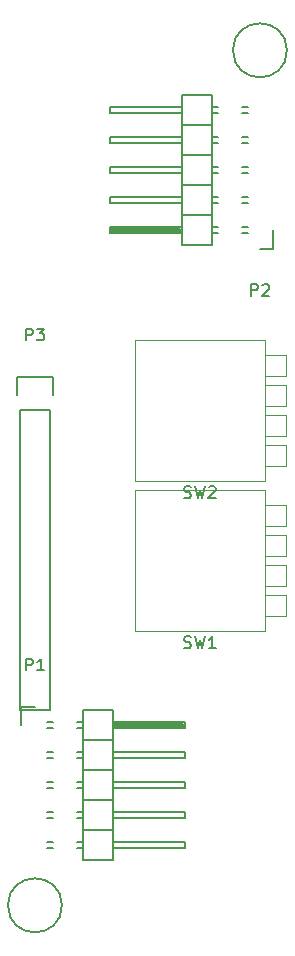
<source format=gbr>
G04 #@! TF.FileFunction,Legend,Top*
%FSLAX46Y46*%
G04 Gerber Fmt 4.6, Leading zero omitted, Abs format (unit mm)*
G04 Created by KiCad (PCBNEW 4.0.6+dfsg1-1) date Tue Oct 24 11:56:29 2017*
%MOMM*%
%LPD*%
G01*
G04 APERTURE LIST*
%ADD10C,0.050000*%
%ADD11C,0.150000*%
%ADD12C,0.120000*%
G04 APERTURE END LIST*
D10*
D11*
X138684000Y-152654000D02*
X138176000Y-152654000D01*
X138684000Y-152146000D02*
X138176000Y-152146000D01*
X138684000Y-150114000D02*
X138176000Y-150114000D01*
X138684000Y-149606000D02*
X138176000Y-149606000D01*
X138684000Y-141986000D02*
X138176000Y-141986000D01*
X138684000Y-142494000D02*
X138176000Y-142494000D01*
X138684000Y-147574000D02*
X138176000Y-147574000D01*
X138684000Y-147066000D02*
X138176000Y-147066000D01*
X138684000Y-145034000D02*
X138176000Y-145034000D01*
X138684000Y-144526000D02*
X138176000Y-144526000D01*
X141224000Y-152654000D02*
X140716000Y-152654000D01*
X141224000Y-152146000D02*
X140716000Y-152146000D01*
X141224000Y-141986000D02*
X140716000Y-141986000D01*
X141224000Y-142494000D02*
X140716000Y-142494000D01*
X141224000Y-144526000D02*
X140716000Y-144526000D01*
X141224000Y-145034000D02*
X140716000Y-145034000D01*
X141224000Y-150114000D02*
X140716000Y-150114000D01*
X141224000Y-149606000D02*
X140716000Y-149606000D01*
X141224000Y-147574000D02*
X140716000Y-147574000D01*
X141224000Y-147066000D02*
X140716000Y-147066000D01*
X137160000Y-140690000D02*
X136010000Y-140690000D01*
X136010000Y-140690000D02*
X136010000Y-142240000D01*
X143764000Y-142113000D02*
X149733000Y-142113000D01*
X149733000Y-142113000D02*
X149733000Y-142367000D01*
X149733000Y-142367000D02*
X143891000Y-142367000D01*
X143891000Y-142367000D02*
X143891000Y-142240000D01*
X143891000Y-142240000D02*
X149733000Y-142240000D01*
X141224000Y-151130000D02*
X143764000Y-151130000D01*
X141224000Y-151130000D02*
X141224000Y-153670000D01*
X143764000Y-152146000D02*
X149860000Y-152146000D01*
X149860000Y-152146000D02*
X149860000Y-152654000D01*
X149860000Y-152654000D02*
X143764000Y-152654000D01*
X143764000Y-153670000D02*
X143764000Y-151130000D01*
X141224000Y-153670000D02*
X143764000Y-153670000D01*
X141224000Y-146050000D02*
X143764000Y-146050000D01*
X141224000Y-146050000D02*
X141224000Y-148590000D01*
X141224000Y-148590000D02*
X143764000Y-148590000D01*
X143764000Y-147066000D02*
X149860000Y-147066000D01*
X149860000Y-147066000D02*
X149860000Y-147574000D01*
X149860000Y-147574000D02*
X143764000Y-147574000D01*
X143764000Y-148590000D02*
X143764000Y-146050000D01*
X143764000Y-151130000D02*
X143764000Y-148590000D01*
X149860000Y-150114000D02*
X143764000Y-150114000D01*
X149860000Y-149606000D02*
X149860000Y-150114000D01*
X143764000Y-149606000D02*
X149860000Y-149606000D01*
X141224000Y-151130000D02*
X143764000Y-151130000D01*
X141224000Y-148590000D02*
X141224000Y-151130000D01*
X141224000Y-148590000D02*
X143764000Y-148590000D01*
X141224000Y-143510000D02*
X143764000Y-143510000D01*
X141224000Y-143510000D02*
X141224000Y-146050000D01*
X141224000Y-146050000D02*
X143764000Y-146050000D01*
X143764000Y-144526000D02*
X149860000Y-144526000D01*
X149860000Y-144526000D02*
X149860000Y-145034000D01*
X149860000Y-145034000D02*
X143764000Y-145034000D01*
X143764000Y-146050000D02*
X143764000Y-143510000D01*
X143764000Y-143510000D02*
X143764000Y-140970000D01*
X149860000Y-142494000D02*
X143764000Y-142494000D01*
X149860000Y-141986000D02*
X149860000Y-142494000D01*
X143764000Y-141986000D02*
X149860000Y-141986000D01*
X141224000Y-143510000D02*
X143764000Y-143510000D01*
X141224000Y-140970000D02*
X141224000Y-143510000D01*
X141224000Y-140970000D02*
X143764000Y-140970000D01*
X154686000Y-89916000D02*
X155194000Y-89916000D01*
X154686000Y-90424000D02*
X155194000Y-90424000D01*
X154686000Y-92456000D02*
X155194000Y-92456000D01*
X154686000Y-92964000D02*
X155194000Y-92964000D01*
X154686000Y-100584000D02*
X155194000Y-100584000D01*
X154686000Y-100076000D02*
X155194000Y-100076000D01*
X154686000Y-94996000D02*
X155194000Y-94996000D01*
X154686000Y-95504000D02*
X155194000Y-95504000D01*
X154686000Y-97536000D02*
X155194000Y-97536000D01*
X154686000Y-98044000D02*
X155194000Y-98044000D01*
X152146000Y-89916000D02*
X152654000Y-89916000D01*
X152146000Y-90424000D02*
X152654000Y-90424000D01*
X152146000Y-100584000D02*
X152654000Y-100584000D01*
X152146000Y-100076000D02*
X152654000Y-100076000D01*
X152146000Y-98044000D02*
X152654000Y-98044000D01*
X152146000Y-97536000D02*
X152654000Y-97536000D01*
X152146000Y-92456000D02*
X152654000Y-92456000D01*
X152146000Y-92964000D02*
X152654000Y-92964000D01*
X152146000Y-94996000D02*
X152654000Y-94996000D01*
X152146000Y-95504000D02*
X152654000Y-95504000D01*
X156210000Y-101880000D02*
X157360000Y-101880000D01*
X157360000Y-101880000D02*
X157360000Y-100330000D01*
X149606000Y-100457000D02*
X143637000Y-100457000D01*
X143637000Y-100457000D02*
X143637000Y-100203000D01*
X143637000Y-100203000D02*
X149479000Y-100203000D01*
X149479000Y-100203000D02*
X149479000Y-100330000D01*
X149479000Y-100330000D02*
X143637000Y-100330000D01*
X152146000Y-91440000D02*
X149606000Y-91440000D01*
X152146000Y-91440000D02*
X152146000Y-88900000D01*
X149606000Y-90424000D02*
X143510000Y-90424000D01*
X143510000Y-90424000D02*
X143510000Y-89916000D01*
X143510000Y-89916000D02*
X149606000Y-89916000D01*
X149606000Y-88900000D02*
X149606000Y-91440000D01*
X152146000Y-88900000D02*
X149606000Y-88900000D01*
X152146000Y-96520000D02*
X149606000Y-96520000D01*
X152146000Y-96520000D02*
X152146000Y-93980000D01*
X152146000Y-93980000D02*
X149606000Y-93980000D01*
X149606000Y-95504000D02*
X143510000Y-95504000D01*
X143510000Y-95504000D02*
X143510000Y-94996000D01*
X143510000Y-94996000D02*
X149606000Y-94996000D01*
X149606000Y-93980000D02*
X149606000Y-96520000D01*
X149606000Y-91440000D02*
X149606000Y-93980000D01*
X143510000Y-92456000D02*
X149606000Y-92456000D01*
X143510000Y-92964000D02*
X143510000Y-92456000D01*
X149606000Y-92964000D02*
X143510000Y-92964000D01*
X152146000Y-91440000D02*
X149606000Y-91440000D01*
X152146000Y-93980000D02*
X152146000Y-91440000D01*
X152146000Y-93980000D02*
X149606000Y-93980000D01*
X152146000Y-99060000D02*
X149606000Y-99060000D01*
X152146000Y-99060000D02*
X152146000Y-96520000D01*
X152146000Y-96520000D02*
X149606000Y-96520000D01*
X149606000Y-98044000D02*
X143510000Y-98044000D01*
X143510000Y-98044000D02*
X143510000Y-97536000D01*
X143510000Y-97536000D02*
X149606000Y-97536000D01*
X149606000Y-96520000D02*
X149606000Y-99060000D01*
X149606000Y-99060000D02*
X149606000Y-101600000D01*
X143510000Y-100076000D02*
X149606000Y-100076000D01*
X143510000Y-100584000D02*
X143510000Y-100076000D01*
X149606000Y-100584000D02*
X143510000Y-100584000D01*
X152146000Y-99060000D02*
X149606000Y-99060000D01*
X152146000Y-101600000D02*
X152146000Y-99060000D01*
X152146000Y-101600000D02*
X149606000Y-101600000D01*
X138430000Y-115570000D02*
X138430000Y-140970000D01*
X138430000Y-140970000D02*
X135890000Y-140970000D01*
X135890000Y-140970000D02*
X135890000Y-115570000D01*
X138710000Y-112750000D02*
X138710000Y-114300000D01*
X138430000Y-115570000D02*
X135890000Y-115570000D01*
X135610000Y-114300000D02*
X135610000Y-112750000D01*
X135610000Y-112750000D02*
X138710000Y-112750000D01*
X158496000Y-85090000D02*
G75*
G03X158496000Y-85090000I-2286000J0D01*
G01*
X139446000Y-157480000D02*
G75*
G03X139446000Y-157480000I-2286000J0D01*
G01*
D12*
X156650000Y-134250000D02*
X145610000Y-134250000D01*
X145610000Y-134250000D02*
X145610000Y-122290000D01*
X145610000Y-122290000D02*
X156650000Y-122290000D01*
X156650000Y-122290000D02*
X156650000Y-134250000D01*
X158390000Y-132950000D02*
X158390000Y-131210000D01*
X158390000Y-131210000D02*
X156650000Y-131210000D01*
X156650000Y-131210000D02*
X156650000Y-132950000D01*
X156650000Y-132950000D02*
X158390000Y-132950000D01*
X158390000Y-130410000D02*
X158390000Y-128670000D01*
X158390000Y-128670000D02*
X156650000Y-128670000D01*
X156650000Y-128670000D02*
X156650000Y-130410000D01*
X156650000Y-130410000D02*
X158390000Y-130410000D01*
X158390000Y-127870000D02*
X158390000Y-126130000D01*
X158390000Y-126130000D02*
X156650000Y-126130000D01*
X156650000Y-126130000D02*
X156650000Y-127870000D01*
X156650000Y-127870000D02*
X158390000Y-127870000D01*
X158390000Y-125330000D02*
X158390000Y-123590000D01*
X158390000Y-123590000D02*
X156650000Y-123590000D01*
X156650000Y-123590000D02*
X156650000Y-125330000D01*
X156650000Y-125330000D02*
X158390000Y-125330000D01*
X156650000Y-121550000D02*
X145610000Y-121550000D01*
X145610000Y-121550000D02*
X145610000Y-109590000D01*
X145610000Y-109590000D02*
X156650000Y-109590000D01*
X156650000Y-109590000D02*
X156650000Y-121550000D01*
X158390000Y-120250000D02*
X158390000Y-118510000D01*
X158390000Y-118510000D02*
X156650000Y-118510000D01*
X156650000Y-118510000D02*
X156650000Y-120250000D01*
X156650000Y-120250000D02*
X158390000Y-120250000D01*
X158390000Y-117710000D02*
X158390000Y-115970000D01*
X158390000Y-115970000D02*
X156650000Y-115970000D01*
X156650000Y-115970000D02*
X156650000Y-117710000D01*
X156650000Y-117710000D02*
X158390000Y-117710000D01*
X158390000Y-115170000D02*
X158390000Y-113430000D01*
X158390000Y-113430000D02*
X156650000Y-113430000D01*
X156650000Y-113430000D02*
X156650000Y-115170000D01*
X156650000Y-115170000D02*
X158390000Y-115170000D01*
X158390000Y-112630000D02*
X158390000Y-110890000D01*
X158390000Y-110890000D02*
X156650000Y-110890000D01*
X156650000Y-110890000D02*
X156650000Y-112630000D01*
X156650000Y-112630000D02*
X158390000Y-112630000D01*
D11*
X136421905Y-137592381D02*
X136421905Y-136592381D01*
X136802858Y-136592381D01*
X136898096Y-136640000D01*
X136945715Y-136687619D01*
X136993334Y-136782857D01*
X136993334Y-136925714D01*
X136945715Y-137020952D01*
X136898096Y-137068571D01*
X136802858Y-137116190D01*
X136421905Y-137116190D01*
X137945715Y-137592381D02*
X137374286Y-137592381D01*
X137660000Y-137592381D02*
X137660000Y-136592381D01*
X137564762Y-136735238D01*
X137469524Y-136830476D01*
X137374286Y-136878095D01*
X155471905Y-105882381D02*
X155471905Y-104882381D01*
X155852858Y-104882381D01*
X155948096Y-104930000D01*
X155995715Y-104977619D01*
X156043334Y-105072857D01*
X156043334Y-105215714D01*
X155995715Y-105310952D01*
X155948096Y-105358571D01*
X155852858Y-105406190D01*
X155471905Y-105406190D01*
X156424286Y-104977619D02*
X156471905Y-104930000D01*
X156567143Y-104882381D01*
X156805239Y-104882381D01*
X156900477Y-104930000D01*
X156948096Y-104977619D01*
X156995715Y-105072857D01*
X156995715Y-105168095D01*
X156948096Y-105310952D01*
X156376667Y-105882381D01*
X156995715Y-105882381D01*
X136421905Y-109652381D02*
X136421905Y-108652381D01*
X136802858Y-108652381D01*
X136898096Y-108700000D01*
X136945715Y-108747619D01*
X136993334Y-108842857D01*
X136993334Y-108985714D01*
X136945715Y-109080952D01*
X136898096Y-109128571D01*
X136802858Y-109176190D01*
X136421905Y-109176190D01*
X137326667Y-108652381D02*
X137945715Y-108652381D01*
X137612381Y-109033333D01*
X137755239Y-109033333D01*
X137850477Y-109080952D01*
X137898096Y-109128571D01*
X137945715Y-109223810D01*
X137945715Y-109461905D01*
X137898096Y-109557143D01*
X137850477Y-109604762D01*
X137755239Y-109652381D01*
X137469524Y-109652381D01*
X137374286Y-109604762D01*
X137326667Y-109557143D01*
X149796667Y-135654762D02*
X149939524Y-135702381D01*
X150177620Y-135702381D01*
X150272858Y-135654762D01*
X150320477Y-135607143D01*
X150368096Y-135511905D01*
X150368096Y-135416667D01*
X150320477Y-135321429D01*
X150272858Y-135273810D01*
X150177620Y-135226190D01*
X149987143Y-135178571D01*
X149891905Y-135130952D01*
X149844286Y-135083333D01*
X149796667Y-134988095D01*
X149796667Y-134892857D01*
X149844286Y-134797619D01*
X149891905Y-134750000D01*
X149987143Y-134702381D01*
X150225239Y-134702381D01*
X150368096Y-134750000D01*
X150701429Y-134702381D02*
X150939524Y-135702381D01*
X151130001Y-134988095D01*
X151320477Y-135702381D01*
X151558572Y-134702381D01*
X152463334Y-135702381D02*
X151891905Y-135702381D01*
X152177619Y-135702381D02*
X152177619Y-134702381D01*
X152082381Y-134845238D01*
X151987143Y-134940476D01*
X151891905Y-134988095D01*
X149796667Y-122954762D02*
X149939524Y-123002381D01*
X150177620Y-123002381D01*
X150272858Y-122954762D01*
X150320477Y-122907143D01*
X150368096Y-122811905D01*
X150368096Y-122716667D01*
X150320477Y-122621429D01*
X150272858Y-122573810D01*
X150177620Y-122526190D01*
X149987143Y-122478571D01*
X149891905Y-122430952D01*
X149844286Y-122383333D01*
X149796667Y-122288095D01*
X149796667Y-122192857D01*
X149844286Y-122097619D01*
X149891905Y-122050000D01*
X149987143Y-122002381D01*
X150225239Y-122002381D01*
X150368096Y-122050000D01*
X150701429Y-122002381D02*
X150939524Y-123002381D01*
X151130001Y-122288095D01*
X151320477Y-123002381D01*
X151558572Y-122002381D01*
X151891905Y-122097619D02*
X151939524Y-122050000D01*
X152034762Y-122002381D01*
X152272858Y-122002381D01*
X152368096Y-122050000D01*
X152415715Y-122097619D01*
X152463334Y-122192857D01*
X152463334Y-122288095D01*
X152415715Y-122430952D01*
X151844286Y-123002381D01*
X152463334Y-123002381D01*
M02*

</source>
